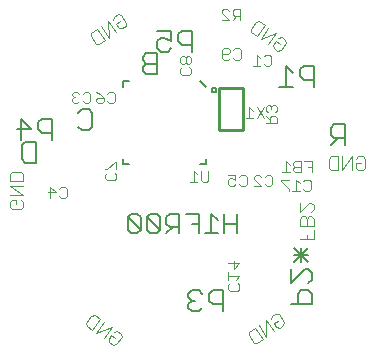
<source format=gbr>
G04 EAGLE Gerber X2 export*
%TF.Part,Single*%
%TF.FileFunction,Legend,Bot,1*%
%TF.FilePolarity,Positive*%
%TF.GenerationSoftware,Autodesk,EAGLE,8.6.3*%
%TF.CreationDate,2018-03-24T11:36:11Z*%
G75*
%MOMM*%
%FSLAX34Y34*%
%LPD*%
%AMOC8*
5,1,8,0,0,1.08239X$1,22.5*%
G01*
%ADD10C,0.152400*%
%ADD11C,0.101600*%
%ADD12C,0.076200*%
%ADD13C,0.127000*%
%ADD14C,0.254000*%


D10*
X217904Y108090D02*
X217904Y124360D01*
X217904Y116225D02*
X207057Y116225D01*
X207057Y124360D02*
X207057Y108090D01*
X201532Y118937D02*
X196109Y124360D01*
X196109Y108090D01*
X201532Y108090D02*
X190686Y108090D01*
X185161Y108090D02*
X185161Y124360D01*
X174314Y124360D01*
X179738Y116225D02*
X185161Y116225D01*
X168789Y108090D02*
X168789Y124360D01*
X160654Y124360D01*
X157943Y121648D01*
X157943Y116225D01*
X160654Y113513D01*
X168789Y113513D01*
X163366Y113513D02*
X157943Y108090D01*
X152418Y110802D02*
X152418Y121648D01*
X149706Y124360D01*
X144283Y124360D01*
X141571Y121648D01*
X141571Y110802D01*
X144283Y108090D01*
X149706Y108090D01*
X152418Y110802D01*
X141571Y121648D01*
X136046Y121648D02*
X136046Y110802D01*
X136046Y121648D02*
X133335Y124360D01*
X127911Y124360D01*
X125200Y121648D01*
X125200Y110802D01*
X127911Y108090D01*
X133335Y108090D01*
X136046Y110802D01*
X125200Y121648D01*
D11*
X247102Y37732D02*
X246623Y35018D01*
X247102Y37732D02*
X250295Y39968D01*
X253009Y39489D01*
X257481Y33103D01*
X257002Y30389D01*
X253809Y28153D01*
X251095Y28632D01*
X248859Y31825D01*
X252052Y34060D01*
X249019Y24799D02*
X242312Y34378D01*
X242633Y20328D01*
X235926Y29907D01*
X232733Y27671D02*
X239440Y18092D01*
X234651Y14738D01*
X231936Y15217D01*
X227465Y21603D01*
X227943Y24317D01*
X232733Y27671D01*
X318566Y171175D02*
X320515Y173124D01*
X324413Y173124D01*
X326362Y171175D01*
X326362Y163379D01*
X324413Y161430D01*
X320515Y161430D01*
X318566Y163379D01*
X318566Y167277D01*
X322464Y167277D01*
X314668Y161430D02*
X314668Y173124D01*
X306872Y161430D01*
X306872Y173124D01*
X302974Y173124D02*
X302974Y161430D01*
X297127Y161430D01*
X295178Y163379D01*
X295178Y171175D01*
X297127Y173124D01*
X302974Y173124D01*
X255511Y274130D02*
X252797Y273652D01*
X255511Y274130D02*
X258704Y271895D01*
X259183Y269180D01*
X254711Y262794D01*
X251997Y262315D01*
X248804Y264551D01*
X248325Y267266D01*
X250561Y270459D01*
X253754Y268223D01*
X250722Y277484D02*
X244014Y267905D01*
X237628Y272376D02*
X250722Y277484D01*
X244335Y281956D02*
X237628Y272376D01*
X234435Y274612D02*
X241142Y284191D01*
X234435Y274612D02*
X229646Y277966D01*
X229167Y280680D01*
X233638Y287066D01*
X236353Y287545D01*
X241142Y284191D01*
X113498Y290970D02*
X113019Y288256D01*
X113498Y290970D02*
X116691Y293206D01*
X119405Y292727D01*
X123877Y286341D01*
X123398Y283627D01*
X120205Y281391D01*
X117491Y281870D01*
X115255Y285063D01*
X118448Y287298D01*
X115415Y278037D02*
X108708Y287616D01*
X109029Y273566D01*
X102322Y283145D01*
X99129Y280909D02*
X105836Y271330D01*
X101047Y267976D01*
X98332Y268455D01*
X93861Y274841D01*
X94339Y277555D01*
X99129Y280909D01*
X34863Y136430D02*
X36812Y134481D01*
X36812Y130583D01*
X34863Y128634D01*
X27067Y128634D01*
X25118Y130583D01*
X25118Y134481D01*
X27067Y136430D01*
X30965Y136430D01*
X30965Y132532D01*
X25118Y140328D02*
X36812Y140328D01*
X25118Y148124D01*
X36812Y148124D01*
X36812Y152022D02*
X25118Y152022D01*
X25118Y157869D01*
X27067Y159818D01*
X34863Y159818D01*
X36812Y157869D01*
X36812Y152022D01*
X113605Y24732D02*
X116319Y25210D01*
X119512Y22975D01*
X119991Y20260D01*
X115519Y13874D01*
X112805Y13395D01*
X109612Y15631D01*
X109133Y18346D01*
X111369Y21539D01*
X114562Y19303D01*
X111530Y28564D02*
X104822Y18985D01*
X98436Y23456D02*
X111530Y28564D01*
X105143Y33036D02*
X98436Y23456D01*
X95243Y25692D02*
X101950Y35271D01*
X95243Y25692D02*
X90454Y29046D01*
X89975Y31760D01*
X94446Y38146D01*
X97161Y38625D01*
X101950Y35271D01*
D10*
X282918Y232042D02*
X282918Y249837D01*
X274020Y249837D01*
X271054Y246871D01*
X271054Y240940D01*
X274020Y237974D01*
X282918Y237974D01*
X265143Y243905D02*
X259211Y249837D01*
X259211Y232042D01*
X265143Y232042D02*
X253279Y232042D01*
X263116Y47907D02*
X280911Y47907D01*
X280911Y56805D01*
X277945Y59771D01*
X272014Y59771D01*
X269048Y56805D01*
X269048Y47907D01*
X263116Y65682D02*
X263116Y77546D01*
X274979Y77546D02*
X263116Y65682D01*
X274979Y77546D02*
X277945Y77546D01*
X280911Y74580D01*
X280911Y68648D01*
X277945Y65682D01*
X277945Y83457D02*
X266082Y95321D01*
X277945Y95321D02*
X266082Y83457D01*
X272014Y83457D02*
X272014Y95321D01*
X277945Y89389D02*
X266082Y89389D01*
X205956Y59845D02*
X205956Y42050D01*
X205956Y59845D02*
X197058Y59845D01*
X194092Y56879D01*
X194092Y50948D01*
X197058Y47982D01*
X205956Y47982D01*
X188181Y56879D02*
X185215Y59845D01*
X179283Y59845D01*
X176317Y56879D01*
X176317Y53913D01*
X179283Y50948D01*
X182249Y50948D01*
X179283Y50948D02*
X176317Y47982D01*
X176317Y45016D01*
X179283Y42050D01*
X185215Y42050D01*
X188181Y45016D01*
X61430Y187084D02*
X61430Y204879D01*
X52532Y204879D01*
X49566Y201913D01*
X49566Y195982D01*
X52532Y193016D01*
X61430Y193016D01*
X34757Y187084D02*
X34757Y204879D01*
X43655Y195982D01*
X31791Y195982D01*
X149573Y242710D02*
X149573Y260505D01*
X140675Y260505D01*
X137709Y257539D01*
X137709Y254573D01*
X140675Y251608D01*
X137709Y248642D01*
X137709Y245676D01*
X140675Y242710D01*
X149573Y242710D01*
X149573Y251608D02*
X140675Y251608D01*
X308831Y200307D02*
X308831Y182512D01*
X308831Y200307D02*
X299933Y200307D01*
X296967Y197341D01*
X296967Y191410D01*
X299933Y188444D01*
X308831Y188444D01*
X302899Y188444D02*
X296967Y182512D01*
X47211Y185321D02*
X47211Y167526D01*
X38313Y167526D01*
X35347Y170492D01*
X35347Y182355D01*
X38313Y185321D01*
X47211Y185321D01*
X83099Y210041D02*
X86065Y213007D01*
X91997Y213007D01*
X94963Y210041D01*
X94963Y198178D01*
X91997Y195212D01*
X86065Y195212D01*
X83099Y198178D01*
X179794Y261760D02*
X179794Y279555D01*
X170896Y279555D01*
X167930Y276589D01*
X167930Y270658D01*
X170896Y267692D01*
X179794Y267692D01*
X162019Y279555D02*
X150155Y279555D01*
X162019Y279555D02*
X162019Y270658D01*
X156087Y273623D01*
X153121Y273623D01*
X150155Y270658D01*
X150155Y264726D01*
X153121Y261760D01*
X159053Y261760D01*
X162019Y264726D01*
D12*
X240462Y257696D02*
X242030Y259264D01*
X245165Y259264D01*
X246733Y257696D01*
X246733Y251426D01*
X245165Y249858D01*
X242030Y249858D01*
X240462Y251426D01*
X237378Y256129D02*
X234242Y259264D01*
X234242Y249858D01*
X231107Y249858D02*
X237378Y249858D01*
X242918Y157325D02*
X241350Y155757D01*
X242918Y157325D02*
X246053Y157325D01*
X247621Y155757D01*
X247621Y149487D01*
X246053Y147919D01*
X242918Y147919D01*
X241350Y149487D01*
X238266Y147919D02*
X231995Y147919D01*
X238266Y147919D02*
X231995Y154190D01*
X231995Y155757D01*
X233563Y157325D01*
X236698Y157325D01*
X238266Y155757D01*
X281104Y159779D02*
X281104Y169185D01*
X274833Y169185D01*
X277968Y164482D02*
X281104Y164482D01*
X271748Y159779D02*
X271748Y169185D01*
X267045Y169185D01*
X265478Y167617D01*
X265478Y166050D01*
X267045Y164482D01*
X265478Y162914D01*
X265478Y161347D01*
X267045Y159779D01*
X271748Y159779D01*
X271748Y164482D02*
X267045Y164482D01*
X262393Y166050D02*
X259258Y169185D01*
X259258Y159779D01*
X262393Y159779D02*
X256123Y159779D01*
D13*
X191436Y231562D02*
X186436Y236562D01*
X121436Y166572D02*
X121436Y166562D01*
X196206Y229212D02*
X196208Y229301D01*
X196214Y229390D01*
X196224Y229479D01*
X196238Y229567D01*
X196255Y229654D01*
X196277Y229740D01*
X196303Y229826D01*
X196332Y229910D01*
X196365Y229993D01*
X196401Y230074D01*
X196442Y230154D01*
X196485Y230231D01*
X196532Y230307D01*
X196583Y230380D01*
X196636Y230451D01*
X196693Y230520D01*
X196753Y230586D01*
X196816Y230650D01*
X196881Y230710D01*
X196949Y230768D01*
X197020Y230822D01*
X197093Y230873D01*
X197168Y230921D01*
X197245Y230966D01*
X197324Y231007D01*
X197405Y231044D01*
X197487Y231078D01*
X197571Y231109D01*
X197656Y231135D01*
X197742Y231158D01*
X197829Y231176D01*
X197917Y231191D01*
X198006Y231202D01*
X198095Y231209D01*
X198184Y231212D01*
X198273Y231211D01*
X198362Y231206D01*
X198450Y231197D01*
X198539Y231184D01*
X198626Y231167D01*
X198713Y231147D01*
X198799Y231122D01*
X198883Y231094D01*
X198966Y231062D01*
X199048Y231026D01*
X199128Y230987D01*
X199206Y230944D01*
X199282Y230898D01*
X199356Y230848D01*
X199428Y230795D01*
X199497Y230739D01*
X199564Y230680D01*
X199628Y230618D01*
X199689Y230554D01*
X199748Y230486D01*
X199803Y230416D01*
X199855Y230344D01*
X199904Y230269D01*
X199949Y230193D01*
X199991Y230114D01*
X200029Y230034D01*
X200064Y229952D01*
X200095Y229868D01*
X200123Y229783D01*
X200146Y229697D01*
X200166Y229610D01*
X200182Y229523D01*
X200194Y229434D01*
X200202Y229346D01*
X200206Y229257D01*
X200206Y229167D01*
X200202Y229078D01*
X200194Y228990D01*
X200182Y228901D01*
X200166Y228814D01*
X200146Y228727D01*
X200123Y228641D01*
X200095Y228556D01*
X200064Y228472D01*
X200029Y228390D01*
X199991Y228310D01*
X199949Y228231D01*
X199904Y228155D01*
X199855Y228080D01*
X199803Y228008D01*
X199748Y227938D01*
X199689Y227870D01*
X199628Y227806D01*
X199564Y227744D01*
X199497Y227685D01*
X199428Y227629D01*
X199356Y227576D01*
X199282Y227526D01*
X199206Y227480D01*
X199128Y227437D01*
X199048Y227398D01*
X198966Y227362D01*
X198883Y227330D01*
X198799Y227302D01*
X198713Y227277D01*
X198626Y227257D01*
X198539Y227240D01*
X198450Y227227D01*
X198362Y227218D01*
X198273Y227213D01*
X198184Y227212D01*
X198095Y227215D01*
X198006Y227222D01*
X197917Y227233D01*
X197829Y227248D01*
X197742Y227266D01*
X197656Y227289D01*
X197571Y227315D01*
X197487Y227346D01*
X197405Y227380D01*
X197324Y227417D01*
X197245Y227458D01*
X197168Y227503D01*
X197093Y227551D01*
X197020Y227602D01*
X196949Y227656D01*
X196881Y227714D01*
X196816Y227774D01*
X196753Y227838D01*
X196693Y227904D01*
X196636Y227973D01*
X196583Y228044D01*
X196532Y228117D01*
X196485Y228193D01*
X196442Y228270D01*
X196401Y228350D01*
X196365Y228431D01*
X196332Y228514D01*
X196303Y228598D01*
X196277Y228684D01*
X196255Y228770D01*
X196238Y228857D01*
X196224Y228945D01*
X196214Y229034D01*
X196208Y229123D01*
X196206Y229212D01*
X121476Y236572D02*
X121476Y236582D01*
X126176Y236582D01*
X126136Y166572D02*
X121436Y166572D01*
X121476Y231882D02*
X121476Y236572D01*
X121426Y171262D02*
X121426Y166562D01*
X186756Y166562D02*
X191456Y166562D01*
X191456Y166552D02*
X191456Y171252D01*
D12*
X193573Y160993D02*
X193573Y153155D01*
X192006Y151587D01*
X188870Y151587D01*
X187303Y153155D01*
X187303Y160993D01*
X184218Y157858D02*
X181083Y160993D01*
X181083Y151587D01*
X184218Y151587D02*
X177948Y151587D01*
D14*
X202850Y195212D02*
X202850Y230772D01*
X202850Y195212D02*
X223170Y195212D01*
X223170Y230772D01*
X202850Y230772D01*
D12*
X234298Y205499D02*
X240569Y214905D01*
X234298Y214905D02*
X240569Y205499D01*
X231214Y211770D02*
X228078Y214905D01*
X228078Y205499D01*
X224943Y205499D02*
X231214Y205499D01*
X220243Y288557D02*
X220243Y297963D01*
X215540Y297963D01*
X213973Y296395D01*
X213973Y293260D01*
X215540Y291692D01*
X220243Y291692D01*
X217108Y291692D02*
X213973Y288557D01*
X210888Y288557D02*
X204617Y288557D01*
X210888Y288557D02*
X204617Y294828D01*
X204617Y296395D01*
X206185Y297963D01*
X209321Y297963D01*
X210888Y296395D01*
X88675Y227859D02*
X87108Y226291D01*
X88675Y227859D02*
X91811Y227859D01*
X93378Y226291D01*
X93378Y220021D01*
X91811Y218453D01*
X88675Y218453D01*
X87108Y220021D01*
X84023Y226291D02*
X82455Y227859D01*
X79320Y227859D01*
X77752Y226291D01*
X77752Y224724D01*
X79320Y223156D01*
X80888Y223156D01*
X79320Y223156D02*
X77752Y221588D01*
X77752Y220021D01*
X79320Y218453D01*
X82455Y218453D01*
X84023Y220021D01*
X68970Y147341D02*
X67403Y145773D01*
X68970Y147341D02*
X72106Y147341D01*
X73673Y145773D01*
X73673Y139503D01*
X72106Y137935D01*
X68970Y137935D01*
X67403Y139503D01*
X59615Y137935D02*
X59615Y147341D01*
X64318Y142638D01*
X58048Y142638D01*
X219480Y155933D02*
X221048Y157501D01*
X224183Y157501D01*
X225751Y155933D01*
X225751Y149663D01*
X224183Y148095D01*
X221048Y148095D01*
X219480Y149663D01*
X216395Y157501D02*
X210125Y157501D01*
X216395Y157501D02*
X216395Y152798D01*
X213260Y154366D01*
X211692Y154366D01*
X210125Y152798D01*
X210125Y149663D01*
X211692Y148095D01*
X214828Y148095D01*
X216395Y149663D01*
X109442Y227605D02*
X107874Y226037D01*
X109442Y227605D02*
X112577Y227605D01*
X114145Y226037D01*
X114145Y219767D01*
X112577Y218199D01*
X109442Y218199D01*
X107874Y219767D01*
X101654Y226037D02*
X98519Y227605D01*
X101654Y226037D02*
X104790Y222902D01*
X104790Y219767D01*
X103222Y218199D01*
X100087Y218199D01*
X98519Y219767D01*
X98519Y221334D01*
X100087Y222902D01*
X104790Y222902D01*
X114109Y159192D02*
X115677Y157624D01*
X115677Y154489D01*
X114109Y152921D01*
X107839Y152921D01*
X106271Y154489D01*
X106271Y157624D01*
X107839Y159192D01*
X115677Y162276D02*
X115677Y168547D01*
X114109Y168547D01*
X107839Y162276D01*
X106271Y162276D01*
X178923Y246864D02*
X177355Y248431D01*
X178923Y246864D02*
X178923Y243728D01*
X177355Y242161D01*
X171085Y242161D01*
X169517Y243728D01*
X169517Y246864D01*
X171085Y248431D01*
X177355Y251516D02*
X178923Y253083D01*
X178923Y256219D01*
X177355Y257787D01*
X175788Y257787D01*
X174220Y256219D01*
X172652Y257787D01*
X171085Y257787D01*
X169517Y256219D01*
X169517Y253083D01*
X171085Y251516D01*
X172652Y251516D01*
X174220Y253083D01*
X175788Y251516D01*
X177355Y251516D01*
X174220Y253083D02*
X174220Y256219D01*
X214723Y262867D02*
X216290Y264435D01*
X219426Y264435D01*
X220993Y262867D01*
X220993Y256597D01*
X219426Y255029D01*
X216290Y255029D01*
X214723Y256597D01*
X211638Y256597D02*
X210071Y255029D01*
X206935Y255029D01*
X205368Y256597D01*
X205368Y262867D01*
X206935Y264435D01*
X210071Y264435D01*
X211638Y262867D01*
X211638Y261300D01*
X210071Y259732D01*
X205368Y259732D01*
X242161Y200927D02*
X251567Y200927D01*
X251567Y205630D01*
X249999Y207198D01*
X246864Y207198D01*
X245296Y205630D01*
X245296Y200927D01*
X245296Y204062D02*
X242161Y207198D01*
X249999Y210282D02*
X251567Y211850D01*
X251567Y214985D01*
X249999Y216553D01*
X248432Y216553D01*
X246864Y214985D01*
X246864Y213418D01*
X246864Y214985D02*
X245296Y216553D01*
X243729Y216553D01*
X242161Y214985D01*
X242161Y211850D01*
X243729Y210282D01*
X218249Y65594D02*
X219817Y64026D01*
X219817Y60891D01*
X218249Y59323D01*
X211979Y59323D01*
X210411Y60891D01*
X210411Y64026D01*
X211979Y65594D01*
X216682Y68679D02*
X219817Y71814D01*
X210411Y71814D01*
X210411Y68679D02*
X210411Y74949D01*
X210411Y82737D02*
X219817Y82737D01*
X215114Y78034D01*
X215114Y84305D01*
D11*
X270990Y102756D02*
X282684Y102756D01*
X282684Y110552D01*
X276837Y106654D02*
X276837Y102756D01*
X270990Y114450D02*
X282684Y114450D01*
X282684Y120297D01*
X280735Y122246D01*
X278786Y122246D01*
X276837Y120297D01*
X274888Y122246D01*
X272939Y122246D01*
X270990Y120297D01*
X270990Y114450D01*
X276837Y114450D02*
X276837Y120297D01*
X270990Y126144D02*
X270990Y133940D01*
X270990Y126144D02*
X278786Y133940D01*
X280735Y133940D01*
X282684Y131991D01*
X282684Y128093D01*
X280735Y126144D01*
D12*
X273862Y151869D02*
X275430Y153437D01*
X278565Y153437D01*
X280133Y151869D01*
X280133Y145599D01*
X278565Y144031D01*
X275430Y144031D01*
X273862Y145599D01*
X270777Y150302D02*
X267642Y153437D01*
X267642Y144031D01*
X270777Y144031D02*
X264507Y144031D01*
X261422Y153437D02*
X255152Y153437D01*
X255152Y151869D01*
X261422Y145599D01*
X261422Y144031D01*
M02*

</source>
